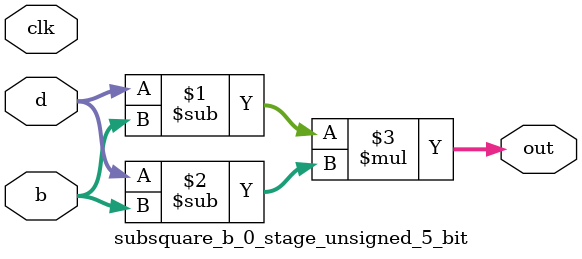
<source format=sv>
(* use_dsp = "yes" *) module subsquare_b_0_stage_unsigned_5_bit(
	input  [4:0] b,
	input  [4:0] d,
	output [4:0] out,
	input clk);

	assign out = (d - b) * (d - b);
endmodule

</source>
